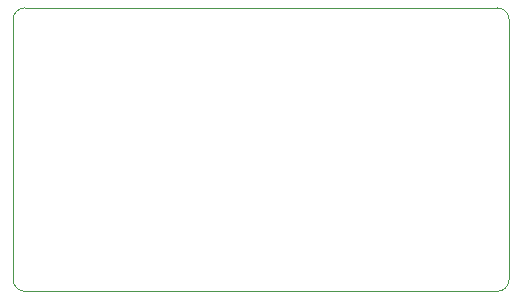
<source format=gbr>
%TF.GenerationSoftware,KiCad,Pcbnew,(6.0.6)*%
%TF.CreationDate,2022-07-21T08:40:52-04:00*%
%TF.ProjectId,electronic_flasher_relay,656c6563-7472-46f6-9e69-635f666c6173,rev?*%
%TF.SameCoordinates,PX5b8d800PY5204180*%
%TF.FileFunction,Profile,NP*%
%FSLAX46Y46*%
G04 Gerber Fmt 4.6, Leading zero omitted, Abs format (unit mm)*
G04 Created by KiCad (PCBNEW (6.0.6)) date 2022-07-21 08:40:52*
%MOMM*%
%LPD*%
G01*
G04 APERTURE LIST*
%TA.AperFunction,Profile*%
%ADD10C,0.100000*%
%TD*%
G04 APERTURE END LIST*
D10*
X43000000Y-2000000D02*
G75*
G03*
X42000000Y-1000000I-1000000J0D01*
G01*
X42000000Y-25000000D02*
G75*
G03*
X43000000Y-24000000I0J1000000D01*
G01*
X1000000Y-24000000D02*
G75*
G03*
X2000000Y-25000000I1000000J0D01*
G01*
X2000000Y-1000000D02*
G75*
G03*
X1000000Y-2000000I0J-1000000D01*
G01*
X42000000Y-1000000D02*
X2000000Y-1000000D01*
X43000000Y-24000000D02*
X43000000Y-2000000D01*
X2000000Y-25000000D02*
X42000000Y-25000000D01*
X1000000Y-2000000D02*
X1000000Y-24000000D01*
M02*

</source>
